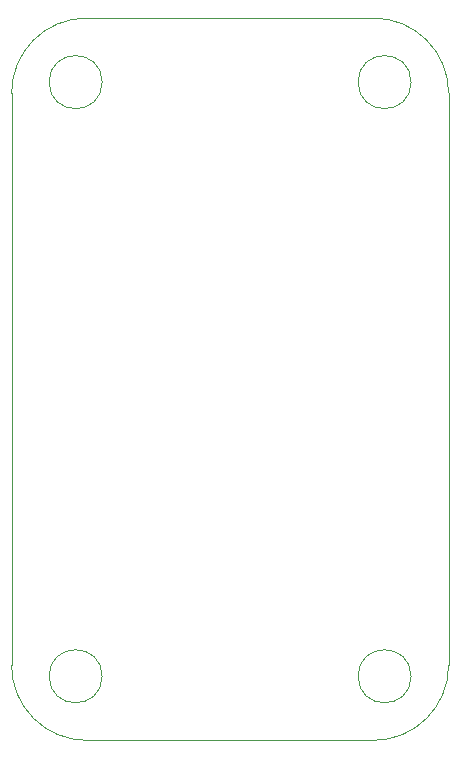
<source format=gbr>
G04 #@! TF.GenerationSoftware,KiCad,Pcbnew,(5.1.2-1)-1*
G04 #@! TF.CreationDate,2019-10-04T07:05:19-04:00*
G04 #@! TF.ProjectId,CANtina,43414e74-696e-4612-9e6b-696361645f70,rev?*
G04 #@! TF.SameCoordinates,Original*
G04 #@! TF.FileFunction,Profile,NP*
%FSLAX46Y46*%
G04 Gerber Fmt 4.6, Leading zero omitted, Abs format (unit mm)*
G04 Created by KiCad (PCBNEW (5.1.2-1)-1) date 2019-10-04 07:05:19*
%MOMM*%
%LPD*%
G04 APERTURE LIST*
%ADD10C,0.099999*%
G04 APERTURE END LIST*
D10*
X169083550Y-78740000D02*
X169083550Y-127190326D01*
X139750800Y-77812900D02*
G75*
G03X139750800Y-77812900I-2247900J0D01*
G01*
X165908550Y-77812900D02*
G75*
G03X165908550Y-77812900I-2247900J0D01*
G01*
X138430000Y-133540326D02*
G75*
G02X132080000Y-127190326I0J6350000D01*
G01*
X132080000Y-78740000D02*
G75*
G02X138430000Y-72390000I6350000J0D01*
G01*
X165908550Y-128117426D02*
G75*
G03X165908550Y-128117426I-2247900J0D01*
G01*
X138430000Y-72390000D02*
X162733550Y-72390000D01*
X162733550Y-72390000D02*
G75*
G02X169083550Y-78740000I0J-6350000D01*
G01*
X169083550Y-127190326D02*
G75*
G02X162733550Y-133540326I-6350000J0D01*
G01*
X138430000Y-133540326D02*
X162733550Y-133540326D01*
X139750800Y-128117426D02*
G75*
G03X139750800Y-128117426I-2247900J0D01*
G01*
X132080000Y-78740000D02*
X132080000Y-127190326D01*
M02*

</source>
